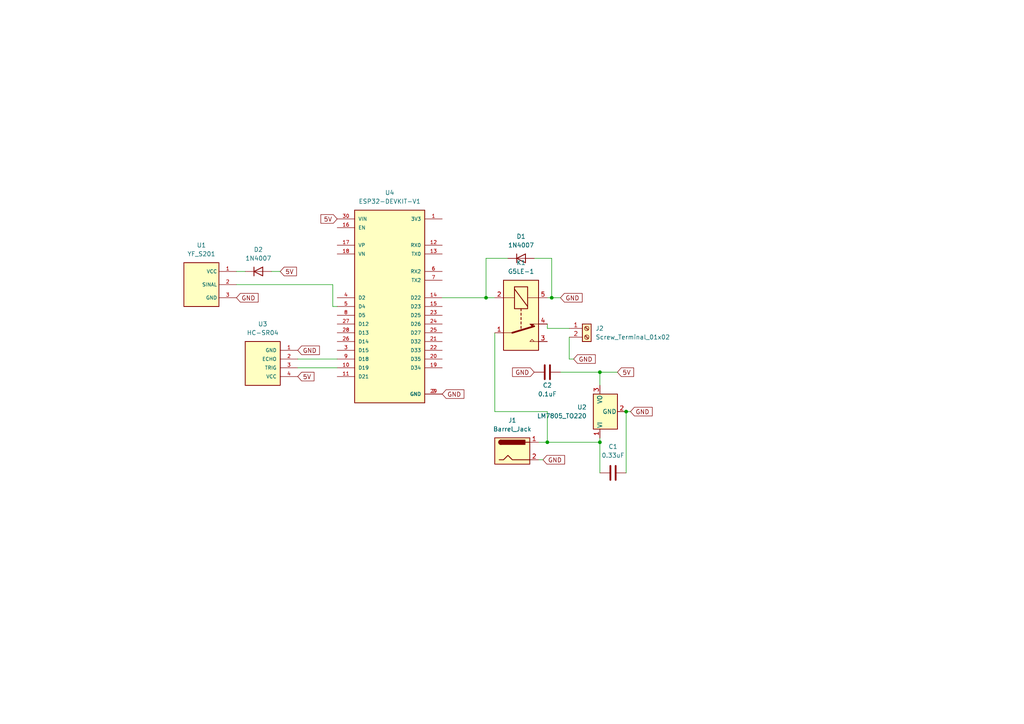
<source format=kicad_sch>
(kicad_sch (version 20230121) (generator eeschema)

  (uuid e63e39d7-6ac0-4ffd-8aa3-1841a4541b55)

  (paper "A4")

  (lib_symbols
    (symbol "Connector:Barrel_Jack" (pin_names (offset 1.016)) (in_bom yes) (on_board yes)
      (property "Reference" "J" (at 0 5.334 0)
        (effects (font (size 1.27 1.27)))
      )
      (property "Value" "Barrel_Jack" (at 0 -5.08 0)
        (effects (font (size 1.27 1.27)))
      )
      (property "Footprint" "" (at 1.27 -1.016 0)
        (effects (font (size 1.27 1.27)) hide)
      )
      (property "Datasheet" "~" (at 1.27 -1.016 0)
        (effects (font (size 1.27 1.27)) hide)
      )
      (property "ki_keywords" "DC power barrel jack connector" (at 0 0 0)
        (effects (font (size 1.27 1.27)) hide)
      )
      (property "ki_description" "DC Barrel Jack" (at 0 0 0)
        (effects (font (size 1.27 1.27)) hide)
      )
      (property "ki_fp_filters" "BarrelJack*" (at 0 0 0)
        (effects (font (size 1.27 1.27)) hide)
      )
      (symbol "Barrel_Jack_0_1"
        (rectangle (start -5.08 3.81) (end 5.08 -3.81)
          (stroke (width 0.254) (type default))
          (fill (type background))
        )
        (arc (start -3.302 3.175) (mid -3.9343 2.54) (end -3.302 1.905)
          (stroke (width 0.254) (type default))
          (fill (type none))
        )
        (arc (start -3.302 3.175) (mid -3.9343 2.54) (end -3.302 1.905)
          (stroke (width 0.254) (type default))
          (fill (type outline))
        )
        (polyline
          (pts
            (xy 5.08 2.54)
            (xy 3.81 2.54)
          )
          (stroke (width 0.254) (type default))
          (fill (type none))
        )
        (polyline
          (pts
            (xy -3.81 -2.54)
            (xy -2.54 -2.54)
            (xy -1.27 -1.27)
            (xy 0 -2.54)
            (xy 2.54 -2.54)
            (xy 5.08 -2.54)
          )
          (stroke (width 0.254) (type default))
          (fill (type none))
        )
        (rectangle (start 3.683 3.175) (end -3.302 1.905)
          (stroke (width 0.254) (type default))
          (fill (type outline))
        )
      )
      (symbol "Barrel_Jack_1_1"
        (pin passive line (at 7.62 2.54 180) (length 2.54)
          (name "~" (effects (font (size 1.27 1.27))))
          (number "1" (effects (font (size 1.27 1.27))))
        )
        (pin passive line (at 7.62 -2.54 180) (length 2.54)
          (name "~" (effects (font (size 1.27 1.27))))
          (number "2" (effects (font (size 1.27 1.27))))
        )
      )
    )
    (symbol "Connector:Screw_Terminal_01x02" (pin_names (offset 1.016) hide) (in_bom yes) (on_board yes)
      (property "Reference" "J" (at 0 2.54 0)
        (effects (font (size 1.27 1.27)))
      )
      (property "Value" "Screw_Terminal_01x02" (at 0 -5.08 0)
        (effects (font (size 1.27 1.27)))
      )
      (property "Footprint" "" (at 0 0 0)
        (effects (font (size 1.27 1.27)) hide)
      )
      (property "Datasheet" "~" (at 0 0 0)
        (effects (font (size 1.27 1.27)) hide)
      )
      (property "ki_keywords" "screw terminal" (at 0 0 0)
        (effects (font (size 1.27 1.27)) hide)
      )
      (property "ki_description" "Generic screw terminal, single row, 01x02, script generated (kicad-library-utils/schlib/autogen/connector/)" (at 0 0 0)
        (effects (font (size 1.27 1.27)) hide)
      )
      (property "ki_fp_filters" "TerminalBlock*:*" (at 0 0 0)
        (effects (font (size 1.27 1.27)) hide)
      )
      (symbol "Screw_Terminal_01x02_1_1"
        (rectangle (start -1.27 1.27) (end 1.27 -3.81)
          (stroke (width 0.254) (type default))
          (fill (type background))
        )
        (circle (center 0 -2.54) (radius 0.635)
          (stroke (width 0.1524) (type default))
          (fill (type none))
        )
        (polyline
          (pts
            (xy -0.5334 -2.2098)
            (xy 0.3302 -3.048)
          )
          (stroke (width 0.1524) (type default))
          (fill (type none))
        )
        (polyline
          (pts
            (xy -0.5334 0.3302)
            (xy 0.3302 -0.508)
          )
          (stroke (width 0.1524) (type default))
          (fill (type none))
        )
        (polyline
          (pts
            (xy -0.3556 -2.032)
            (xy 0.508 -2.8702)
          )
          (stroke (width 0.1524) (type default))
          (fill (type none))
        )
        (polyline
          (pts
            (xy -0.3556 0.508)
            (xy 0.508 -0.3302)
          )
          (stroke (width 0.1524) (type default))
          (fill (type none))
        )
        (circle (center 0 0) (radius 0.635)
          (stroke (width 0.1524) (type default))
          (fill (type none))
        )
        (pin passive line (at -5.08 0 0) (length 3.81)
          (name "Pin_1" (effects (font (size 1.27 1.27))))
          (number "1" (effects (font (size 1.27 1.27))))
        )
        (pin passive line (at -5.08 -2.54 0) (length 3.81)
          (name "Pin_2" (effects (font (size 1.27 1.27))))
          (number "2" (effects (font (size 1.27 1.27))))
        )
      )
    )
    (symbol "Device:C" (pin_numbers hide) (pin_names (offset 0.254)) (in_bom yes) (on_board yes)
      (property "Reference" "C" (at 0.635 2.54 0)
        (effects (font (size 1.27 1.27)) (justify left))
      )
      (property "Value" "C" (at 0.635 -2.54 0)
        (effects (font (size 1.27 1.27)) (justify left))
      )
      (property "Footprint" "" (at 0.9652 -3.81 0)
        (effects (font (size 1.27 1.27)) hide)
      )
      (property "Datasheet" "~" (at 0 0 0)
        (effects (font (size 1.27 1.27)) hide)
      )
      (property "ki_keywords" "cap capacitor" (at 0 0 0)
        (effects (font (size 1.27 1.27)) hide)
      )
      (property "ki_description" "Unpolarized capacitor" (at 0 0 0)
        (effects (font (size 1.27 1.27)) hide)
      )
      (property "ki_fp_filters" "C_*" (at 0 0 0)
        (effects (font (size 1.27 1.27)) hide)
      )
      (symbol "C_0_1"
        (polyline
          (pts
            (xy -2.032 -0.762)
            (xy 2.032 -0.762)
          )
          (stroke (width 0.508) (type default))
          (fill (type none))
        )
        (polyline
          (pts
            (xy -2.032 0.762)
            (xy 2.032 0.762)
          )
          (stroke (width 0.508) (type default))
          (fill (type none))
        )
      )
      (symbol "C_1_1"
        (pin passive line (at 0 3.81 270) (length 2.794)
          (name "~" (effects (font (size 1.27 1.27))))
          (number "1" (effects (font (size 1.27 1.27))))
        )
        (pin passive line (at 0 -3.81 90) (length 2.794)
          (name "~" (effects (font (size 1.27 1.27))))
          (number "2" (effects (font (size 1.27 1.27))))
        )
      )
    )
    (symbol "Diode:1N4007" (pin_numbers hide) (pin_names hide) (in_bom yes) (on_board yes)
      (property "Reference" "D" (at 0 2.54 0)
        (effects (font (size 1.27 1.27)))
      )
      (property "Value" "1N4007" (at 0 -2.54 0)
        (effects (font (size 1.27 1.27)))
      )
      (property "Footprint" "Diode_THT:D_DO-41_SOD81_P10.16mm_Horizontal" (at 0 -4.445 0)
        (effects (font (size 1.27 1.27)) hide)
      )
      (property "Datasheet" "http://www.vishay.com/docs/88503/1n4001.pdf" (at 0 0 0)
        (effects (font (size 1.27 1.27)) hide)
      )
      (property "ki_keywords" "diode" (at 0 0 0)
        (effects (font (size 1.27 1.27)) hide)
      )
      (property "ki_description" "1000V 1A General Purpose Rectifier Diode, DO-41" (at 0 0 0)
        (effects (font (size 1.27 1.27)) hide)
      )
      (property "ki_fp_filters" "D*DO?41*" (at 0 0 0)
        (effects (font (size 1.27 1.27)) hide)
      )
      (symbol "1N4007_0_1"
        (polyline
          (pts
            (xy -1.27 1.27)
            (xy -1.27 -1.27)
          )
          (stroke (width 0.254) (type default))
          (fill (type none))
        )
        (polyline
          (pts
            (xy 1.27 0)
            (xy -1.27 0)
          )
          (stroke (width 0) (type default))
          (fill (type none))
        )
        (polyline
          (pts
            (xy 1.27 1.27)
            (xy 1.27 -1.27)
            (xy -1.27 0)
            (xy 1.27 1.27)
          )
          (stroke (width 0.254) (type default))
          (fill (type none))
        )
      )
      (symbol "1N4007_1_1"
        (pin passive line (at -3.81 0 0) (length 2.54)
          (name "K" (effects (font (size 1.27 1.27))))
          (number "1" (effects (font (size 1.27 1.27))))
        )
        (pin passive line (at 3.81 0 180) (length 2.54)
          (name "A" (effects (font (size 1.27 1.27))))
          (number "2" (effects (font (size 1.27 1.27))))
        )
      )
    )
    (symbol "ESP32-DEVKIT-V1:ESP32-DEVKIT-V1" (pin_names (offset 1.016)) (in_bom yes) (on_board yes)
      (property "Reference" "U" (at -10.16 30.48 0)
        (effects (font (size 1.27 1.27)) (justify left top))
      )
      (property "Value" "ESP32-DEVKIT-V1" (at -10.16 -30.48 0)
        (effects (font (size 1.27 1.27)) (justify left bottom))
      )
      (property "Footprint" "ESP32-DEVKIT-V1:MODULE_ESP32_DEVKIT_V1" (at 0 0 0)
        (effects (font (size 1.27 1.27)) (justify bottom) hide)
      )
      (property "Datasheet" "" (at 0 0 0)
        (effects (font (size 1.27 1.27)) hide)
      )
      (property "MF" "Do it" (at 0 0 0)
        (effects (font (size 1.27 1.27)) (justify bottom) hide)
      )
      (property "MAXIMUM_PACKAGE_HEIGHT" "6.8 mm" (at 0 0 0)
        (effects (font (size 1.27 1.27)) (justify bottom) hide)
      )
      (property "Package" "None" (at 0 0 0)
        (effects (font (size 1.27 1.27)) (justify bottom) hide)
      )
      (property "Price" "None" (at 0 0 0)
        (effects (font (size 1.27 1.27)) (justify bottom) hide)
      )
      (property "Check_prices" "https://www.snapeda.com/parts/ESP32-DEVKIT-V1/Do+it/view-part/?ref=eda" (at 0 0 0)
        (effects (font (size 1.27 1.27)) (justify bottom) hide)
      )
      (property "STANDARD" "Manufacturer Recommendations" (at 0 0 0)
        (effects (font (size 1.27 1.27)) (justify bottom) hide)
      )
      (property "PARTREV" "N/A" (at 0 0 0)
        (effects (font (size 1.27 1.27)) (justify bottom) hide)
      )
      (property "SnapEDA_Link" "https://www.snapeda.com/parts/ESP32-DEVKIT-V1/Do+it/view-part/?ref=snap" (at 0 0 0)
        (effects (font (size 1.27 1.27)) (justify bottom) hide)
      )
      (property "MP" "ESP32-DEVKIT-V1" (at 0 0 0)
        (effects (font (size 1.27 1.27)) (justify bottom) hide)
      )
      (property "Description" "\n                        \n                            Dual core, Wi-Fi: 2.4 GHz up to 150 Mbits/s,BLE (Bluetooth Low Energy) and legacy Bluetooth, 32 bits, Up to 240 MHz\n                        \n" (at 0 0 0)
        (effects (font (size 1.27 1.27)) (justify bottom) hide)
      )
      (property "Availability" "Not in stock" (at 0 0 0)
        (effects (font (size 1.27 1.27)) (justify bottom) hide)
      )
      (property "MANUFACTURER" "DOIT" (at 0 0 0)
        (effects (font (size 1.27 1.27)) (justify bottom) hide)
      )
      (symbol "ESP32-DEVKIT-V1_0_0"
        (rectangle (start -10.16 -27.94) (end 10.16 27.94)
          (stroke (width 0.254) (type default))
          (fill (type background))
        )
        (pin output line (at 15.24 25.4 180) (length 5.08)
          (name "3V3" (effects (font (size 1.016 1.016))))
          (number "1" (effects (font (size 1.016 1.016))))
        )
        (pin bidirectional line (at -15.24 -17.78 0) (length 5.08)
          (name "D19" (effects (font (size 1.016 1.016))))
          (number "10" (effects (font (size 1.016 1.016))))
        )
        (pin bidirectional line (at -15.24 -20.32 0) (length 5.08)
          (name "D21" (effects (font (size 1.016 1.016))))
          (number "11" (effects (font (size 1.016 1.016))))
        )
        (pin input line (at 15.24 17.78 180) (length 5.08)
          (name "RX0" (effects (font (size 1.016 1.016))))
          (number "12" (effects (font (size 1.016 1.016))))
        )
        (pin output line (at 15.24 15.24 180) (length 5.08)
          (name "TX0" (effects (font (size 1.016 1.016))))
          (number "13" (effects (font (size 1.016 1.016))))
        )
        (pin bidirectional line (at 15.24 2.54 180) (length 5.08)
          (name "D22" (effects (font (size 1.016 1.016))))
          (number "14" (effects (font (size 1.016 1.016))))
        )
        (pin bidirectional line (at 15.24 0 180) (length 5.08)
          (name "D23" (effects (font (size 1.016 1.016))))
          (number "15" (effects (font (size 1.016 1.016))))
        )
        (pin input line (at -15.24 22.86 0) (length 5.08)
          (name "EN" (effects (font (size 1.016 1.016))))
          (number "16" (effects (font (size 1.016 1.016))))
        )
        (pin bidirectional line (at -15.24 17.78 0) (length 5.08)
          (name "VP" (effects (font (size 1.016 1.016))))
          (number "17" (effects (font (size 1.016 1.016))))
        )
        (pin bidirectional line (at -15.24 15.24 0) (length 5.08)
          (name "VN" (effects (font (size 1.016 1.016))))
          (number "18" (effects (font (size 1.016 1.016))))
        )
        (pin bidirectional line (at 15.24 -17.78 180) (length 5.08)
          (name "D34" (effects (font (size 1.016 1.016))))
          (number "19" (effects (font (size 1.016 1.016))))
        )
        (pin power_in line (at 15.24 -25.4 180) (length 5.08)
          (name "GND" (effects (font (size 1.016 1.016))))
          (number "2" (effects (font (size 1.016 1.016))))
        )
        (pin bidirectional line (at 15.24 -15.24 180) (length 5.08)
          (name "D35" (effects (font (size 1.016 1.016))))
          (number "20" (effects (font (size 1.016 1.016))))
        )
        (pin bidirectional line (at 15.24 -10.16 180) (length 5.08)
          (name "D32" (effects (font (size 1.016 1.016))))
          (number "21" (effects (font (size 1.016 1.016))))
        )
        (pin bidirectional line (at 15.24 -12.7 180) (length 5.08)
          (name "D33" (effects (font (size 1.016 1.016))))
          (number "22" (effects (font (size 1.016 1.016))))
        )
        (pin bidirectional line (at 15.24 -2.54 180) (length 5.08)
          (name "D25" (effects (font (size 1.016 1.016))))
          (number "23" (effects (font (size 1.016 1.016))))
        )
        (pin bidirectional line (at 15.24 -5.08 180) (length 5.08)
          (name "D26" (effects (font (size 1.016 1.016))))
          (number "24" (effects (font (size 1.016 1.016))))
        )
        (pin bidirectional line (at 15.24 -7.62 180) (length 5.08)
          (name "D27" (effects (font (size 1.016 1.016))))
          (number "25" (effects (font (size 1.016 1.016))))
        )
        (pin bidirectional line (at -15.24 -10.16 0) (length 5.08)
          (name "D14" (effects (font (size 1.016 1.016))))
          (number "26" (effects (font (size 1.016 1.016))))
        )
        (pin bidirectional line (at -15.24 -5.08 0) (length 5.08)
          (name "D12" (effects (font (size 1.016 1.016))))
          (number "27" (effects (font (size 1.016 1.016))))
        )
        (pin bidirectional line (at -15.24 -7.62 0) (length 5.08)
          (name "D13" (effects (font (size 1.016 1.016))))
          (number "28" (effects (font (size 1.016 1.016))))
        )
        (pin power_in line (at 15.24 -25.4 180) (length 5.08)
          (name "GND" (effects (font (size 1.016 1.016))))
          (number "29" (effects (font (size 1.016 1.016))))
        )
        (pin bidirectional line (at -15.24 -12.7 0) (length 5.08)
          (name "D15" (effects (font (size 1.016 1.016))))
          (number "3" (effects (font (size 1.016 1.016))))
        )
        (pin input line (at -15.24 25.4 0) (length 5.08)
          (name "VIN" (effects (font (size 1.016 1.016))))
          (number "30" (effects (font (size 1.016 1.016))))
        )
        (pin bidirectional line (at -15.24 2.54 0) (length 5.08)
          (name "D2" (effects (font (size 1.016 1.016))))
          (number "4" (effects (font (size 1.016 1.016))))
        )
        (pin bidirectional line (at -15.24 0 0) (length 5.08)
          (name "D4" (effects (font (size 1.016 1.016))))
          (number "5" (effects (font (size 1.016 1.016))))
        )
        (pin input line (at 15.24 10.16 180) (length 5.08)
          (name "RX2" (effects (font (size 1.016 1.016))))
          (number "6" (effects (font (size 1.016 1.016))))
        )
        (pin output line (at 15.24 7.62 180) (length 5.08)
          (name "TX2" (effects (font (size 1.016 1.016))))
          (number "7" (effects (font (size 1.016 1.016))))
        )
        (pin bidirectional line (at -15.24 -2.54 0) (length 5.08)
          (name "D5" (effects (font (size 1.016 1.016))))
          (number "8" (effects (font (size 1.016 1.016))))
        )
        (pin bidirectional line (at -15.24 -15.24 0) (length 5.08)
          (name "D18" (effects (font (size 1.016 1.016))))
          (number "9" (effects (font (size 1.016 1.016))))
        )
      )
    )
    (symbol "HC-SR04:HC-SR04" (pin_names (offset 1.016)) (in_bom yes) (on_board yes)
      (property "Reference" "U3" (at -5.08 12.7 0)
        (effects (font (size 1.27 1.27)))
      )
      (property "Value" "HC-SR04" (at -5.08 10.16 0)
        (effects (font (size 1.27 1.27)))
      )
      (property "Footprint" "TerminalBlock:TerminalBlock_bornier-4_P5.08mm" (at 0 0 0)
        (effects (font (size 1.27 1.27)) (justify bottom) hide)
      )
      (property "Datasheet" "" (at 0 0 0)
        (effects (font (size 1.27 1.27)) hide)
      )
      (property "MF" "SparkFun Electronics" (at 0 0 0)
        (effects (font (size 1.27 1.27)) (justify bottom) hide)
      )
      (property "Description" "\n                        \n                            HC-SR04 Ultrasonic Sensor Qwiic Platform Evaluation Expansion Board\n                        \n" (at 0 0 0)
        (effects (font (size 1.27 1.27)) (justify bottom) hide)
      )
      (property "Package" "None" (at 0 0 0)
        (effects (font (size 1.27 1.27)) (justify bottom) hide)
      )
      (property "Price" "None" (at 0 0 0)
        (effects (font (size 1.27 1.27)) (justify bottom) hide)
      )
      (property "Check_prices" "https://www.snapeda.com/parts/HC-SR04/SparkFun+Electronics/view-part/?ref=eda" (at 0 0 0)
        (effects (font (size 1.27 1.27)) (justify bottom) hide)
      )
      (property "SnapEDA_Link" "https://www.snapeda.com/parts/HC-SR04/SparkFun+Electronics/view-part/?ref=snap" (at 0 0 0)
        (effects (font (size 1.27 1.27)) (justify bottom) hide)
      )
      (property "MP" "HC-SR04" (at 0 0 0)
        (effects (font (size 1.27 1.27)) (justify bottom) hide)
      )
      (property "Availability" "Not in stock" (at 0 0 0)
        (effects (font (size 1.27 1.27)) (justify bottom) hide)
      )
      (property "MANUFACTURER" "Osepp" (at 0 0 0)
        (effects (font (size 1.27 1.27)) (justify bottom) hide)
      )
      (symbol "HC-SR04_0_0"
        (rectangle (start 0 -7.62) (end 10.16 5.08)
          (stroke (width 0.254) (type default))
          (fill (type background))
        )
        (pin power_in line (at -5.08 -5.08 0) (length 5.08)
          (name "GND" (effects (font (size 1.016 1.016))))
          (number "1" (effects (font (size 1.016 1.016))))
        )
        (pin bidirectional line (at -5.08 -2.54 0) (length 5.08)
          (name "ECHO" (effects (font (size 1.016 1.016))))
          (number "2" (effects (font (size 1.016 1.016))))
        )
        (pin bidirectional line (at -5.08 0 0) (length 5.08)
          (name "TRIG" (effects (font (size 1.016 1.016))))
          (number "3" (effects (font (size 1.016 1.016))))
        )
        (pin power_in line (at -5.08 2.54 0) (length 5.08)
          (name "VCC" (effects (font (size 1.016 1.016))))
          (number "4" (effects (font (size 1.016 1.016))))
        )
      )
    )
    (symbol "Regulator_Linear:LM7805_TO220" (pin_names (offset 0.254)) (in_bom yes) (on_board yes)
      (property "Reference" "U" (at -3.81 3.175 0)
        (effects (font (size 1.27 1.27)))
      )
      (property "Value" "LM7805_TO220" (at 0 3.175 0)
        (effects (font (size 1.27 1.27)) (justify left))
      )
      (property "Footprint" "Package_TO_SOT_THT:TO-220-3_Vertical" (at 0 5.715 0)
        (effects (font (size 1.27 1.27) italic) hide)
      )
      (property "Datasheet" "https://www.onsemi.cn/PowerSolutions/document/MC7800-D.PDF" (at 0 -1.27 0)
        (effects (font (size 1.27 1.27)) hide)
      )
      (property "ki_keywords" "Voltage Regulator 1A Positive" (at 0 0 0)
        (effects (font (size 1.27 1.27)) hide)
      )
      (property "ki_description" "Positive 1A 35V Linear Regulator, Fixed Output 5V, TO-220" (at 0 0 0)
        (effects (font (size 1.27 1.27)) hide)
      )
      (property "ki_fp_filters" "TO?220*" (at 0 0 0)
        (effects (font (size 1.27 1.27)) hide)
      )
      (symbol "LM7805_TO220_0_1"
        (rectangle (start -5.08 1.905) (end 5.08 -5.08)
          (stroke (width 0.254) (type default))
          (fill (type background))
        )
      )
      (symbol "LM7805_TO220_1_1"
        (pin power_in line (at -7.62 0 0) (length 2.54)
          (name "VI" (effects (font (size 1.27 1.27))))
          (number "1" (effects (font (size 1.27 1.27))))
        )
        (pin power_in line (at 0 -7.62 90) (length 2.54)
          (name "GND" (effects (font (size 1.27 1.27))))
          (number "2" (effects (font (size 1.27 1.27))))
        )
        (pin power_out line (at 7.62 0 180) (length 2.54)
          (name "VO" (effects (font (size 1.27 1.27))))
          (number "3" (effects (font (size 1.27 1.27))))
        )
      )
    )
    (symbol "Relay:G5LE-1" (in_bom yes) (on_board yes)
      (property "Reference" "K" (at 11.43 3.81 0)
        (effects (font (size 1.27 1.27)) (justify left))
      )
      (property "Value" "G5LE-1" (at 11.43 1.27 0)
        (effects (font (size 1.27 1.27)) (justify left))
      )
      (property "Footprint" "Relay_THT:Relay_SPDT_Omron-G5LE-1" (at 11.43 -1.27 0)
        (effects (font (size 1.27 1.27)) (justify left) hide)
      )
      (property "Datasheet" "http://www.omron.com/ecb/products/pdf/en-g5le.pdf" (at 0 0 0)
        (effects (font (size 1.27 1.27)) hide)
      )
      (property "ki_keywords" "Miniature Single Pole Relay" (at 0 0 0)
        (effects (font (size 1.27 1.27)) hide)
      )
      (property "ki_description" "Omron G5LE relay, Miniature Single Pole, SPDT, 10A" (at 0 0 0)
        (effects (font (size 1.27 1.27)) hide)
      )
      (property "ki_fp_filters" "Relay*SPDT*Omron*G5LE?1*" (at 0 0 0)
        (effects (font (size 1.27 1.27)) hide)
      )
      (symbol "G5LE-1_0_0"
        (polyline
          (pts
            (xy 7.62 5.08)
            (xy 7.62 2.54)
            (xy 6.985 3.175)
            (xy 7.62 3.81)
          )
          (stroke (width 0) (type default))
          (fill (type none))
        )
      )
      (symbol "G5LE-1_0_1"
        (rectangle (start -10.16 5.08) (end 10.16 -5.08)
          (stroke (width 0.254) (type default))
          (fill (type background))
        )
        (rectangle (start -8.255 1.905) (end -1.905 -1.905)
          (stroke (width 0.254) (type default))
          (fill (type none))
        )
        (polyline
          (pts
            (xy -7.62 -1.905)
            (xy -2.54 1.905)
          )
          (stroke (width 0.254) (type default))
          (fill (type none))
        )
        (polyline
          (pts
            (xy -5.08 -5.08)
            (xy -5.08 -1.905)
          )
          (stroke (width 0) (type default))
          (fill (type none))
        )
        (polyline
          (pts
            (xy -5.08 5.08)
            (xy -5.08 1.905)
          )
          (stroke (width 0) (type default))
          (fill (type none))
        )
        (polyline
          (pts
            (xy -1.905 0)
            (xy -1.27 0)
          )
          (stroke (width 0.254) (type default))
          (fill (type none))
        )
        (polyline
          (pts
            (xy -0.635 0)
            (xy 0 0)
          )
          (stroke (width 0.254) (type default))
          (fill (type none))
        )
        (polyline
          (pts
            (xy 0.635 0)
            (xy 1.27 0)
          )
          (stroke (width 0.254) (type default))
          (fill (type none))
        )
        (polyline
          (pts
            (xy 1.905 0)
            (xy 2.54 0)
          )
          (stroke (width 0.254) (type default))
          (fill (type none))
        )
        (polyline
          (pts
            (xy 3.175 0)
            (xy 3.81 0)
          )
          (stroke (width 0.254) (type default))
          (fill (type none))
        )
        (polyline
          (pts
            (xy 5.08 -2.54)
            (xy 3.175 3.81)
          )
          (stroke (width 0.508) (type default))
          (fill (type none))
        )
        (polyline
          (pts
            (xy 5.08 -2.54)
            (xy 5.08 -5.08)
          )
          (stroke (width 0) (type default))
          (fill (type none))
        )
        (polyline
          (pts
            (xy 2.54 5.08)
            (xy 2.54 2.54)
            (xy 3.175 3.175)
            (xy 2.54 3.81)
          )
          (stroke (width 0) (type default))
          (fill (type outline))
        )
      )
      (symbol "G5LE-1_1_1"
        (pin passive line (at 5.08 -7.62 90) (length 2.54)
          (name "~" (effects (font (size 1.27 1.27))))
          (number "1" (effects (font (size 1.27 1.27))))
        )
        (pin passive line (at -5.08 -7.62 90) (length 2.54)
          (name "~" (effects (font (size 1.27 1.27))))
          (number "2" (effects (font (size 1.27 1.27))))
        )
        (pin passive line (at 7.62 7.62 270) (length 2.54)
          (name "~" (effects (font (size 1.27 1.27))))
          (number "3" (effects (font (size 1.27 1.27))))
        )
        (pin passive line (at 2.54 7.62 270) (length 2.54)
          (name "~" (effects (font (size 1.27 1.27))))
          (number "4" (effects (font (size 1.27 1.27))))
        )
        (pin passive line (at -5.08 7.62 270) (length 2.54)
          (name "~" (effects (font (size 1.27 1.27))))
          (number "5" (effects (font (size 1.27 1.27))))
        )
      )
    )
    (symbol "YF_S201:YF_S201" (in_bom yes) (on_board yes)
      (property "Reference" "U" (at 8.89 15.24 0)
        (effects (font (size 1.27 1.27)))
      )
      (property "Value" "YF_S201" (at 8.89 12.7 0)
        (effects (font (size 1.27 1.27)))
      )
      (property "Footprint" "" (at 0 0 0)
        (effects (font (size 1.27 1.27)) hide)
      )
      (property "Datasheet" "" (at 0 0 0)
        (effects (font (size 1.27 1.27)) hide)
      )
      (symbol "YF_S201_0_0"
        (rectangle (start 3.81 -1.27) (end 13.97 11.43)
          (stroke (width 0.254) (type default))
          (fill (type background))
        )
        (pin power_in line (at 19.05 8.89 180) (length 5.08)
          (name "VCC" (effects (font (size 1.016 1.016))))
          (number "1" (effects (font (size 1.016 1.016))))
        )
        (pin output line (at 19.05 5.08 180) (length 5.08)
          (name "SINAL" (effects (font (size 1.016 1.016))))
          (number "2" (effects (font (size 1.016 1.016))))
        )
        (pin power_out line (at 19.05 1.27 180) (length 5.08)
          (name "GND" (effects (font (size 1.016 1.016))))
          (number "3" (effects (font (size 1.016 1.016))))
        )
      )
    )
  )

  (junction (at 173.99 128.27) (diameter 0) (color 0 0 0 0)
    (uuid 0fa8bf39-fd4e-4706-abe5-f68ea763016f)
  )
  (junction (at 173.99 107.95) (diameter 0) (color 0 0 0 0)
    (uuid 15eeafe4-a402-40a5-bc04-286f2822ca18)
  )
  (junction (at 181.61 119.38) (diameter 0) (color 0 0 0 0)
    (uuid 52ef0944-cd56-4f1b-aa83-9fc1be1ddc9b)
  )
  (junction (at 160.02 86.36) (diameter 0) (color 0 0 0 0)
    (uuid 71c6fd16-0098-4727-918f-0597ae71ebd2)
  )
  (junction (at 140.97 86.36) (diameter 0) (color 0 0 0 0)
    (uuid 9c487c24-08ce-4cf8-8b29-cb4be50db30c)
  )
  (junction (at 158.75 128.27) (diameter 0) (color 0 0 0 0)
    (uuid d5a719b1-8008-4357-83c7-e9d7d99eb174)
  )

  (wire (pts (xy 162.56 107.95) (xy 173.99 107.95))
    (stroke (width 0) (type default))
    (uuid 088afff8-cbe8-4a2d-99ad-65b9dff94640)
  )
  (wire (pts (xy 68.58 82.55) (xy 96.52 82.55))
    (stroke (width 0) (type default))
    (uuid 16a3db31-d571-4eb5-8415-105488644587)
  )
  (wire (pts (xy 181.61 119.38) (xy 181.61 137.16))
    (stroke (width 0) (type default))
    (uuid 19f1c029-771c-4e4c-84e2-ed3a25d0b95c)
  )
  (wire (pts (xy 158.75 128.27) (xy 156.21 128.27))
    (stroke (width 0) (type default))
    (uuid 1d4b062f-256a-4c7f-a8cf-8122f6b7138d)
  )
  (wire (pts (xy 158.75 128.27) (xy 173.99 128.27))
    (stroke (width 0) (type default))
    (uuid 1f066c3b-0c1e-4198-8376-b3052aa6254a)
  )
  (wire (pts (xy 173.99 128.27) (xy 173.99 137.16))
    (stroke (width 0) (type default))
    (uuid 27a1dedb-4899-4912-a72e-0670a3ae2412)
  )
  (wire (pts (xy 147.32 74.93) (xy 140.97 74.93))
    (stroke (width 0) (type default))
    (uuid 30bad781-79ec-4684-8427-030d2dfdf3fb)
  )
  (wire (pts (xy 165.1 97.79) (xy 165.1 104.14))
    (stroke (width 0) (type default))
    (uuid 39ac32ce-7e5e-4e04-8a9d-e65764f9f18b)
  )
  (wire (pts (xy 160.02 74.93) (xy 160.02 86.36))
    (stroke (width 0) (type default))
    (uuid 48351cf3-9834-4335-869c-ed3a5971e3c9)
  )
  (wire (pts (xy 165.1 95.25) (xy 158.75 95.25))
    (stroke (width 0) (type default))
    (uuid 4878b307-aa20-4d78-aa81-027e7d3b8ddd)
  )
  (wire (pts (xy 96.52 88.9) (xy 97.79 88.9))
    (stroke (width 0) (type default))
    (uuid 6411b976-8a9b-446f-8843-f3c128226ae5)
  )
  (wire (pts (xy 158.75 119.38) (xy 158.75 128.27))
    (stroke (width 0) (type default))
    (uuid 6dd95d53-f3ca-4072-9e7d-db17fccfda8e)
  )
  (wire (pts (xy 140.97 86.36) (xy 143.51 86.36))
    (stroke (width 0) (type default))
    (uuid 6e9c5225-3fcc-48f7-8a4c-fa9f3eee6ff7)
  )
  (wire (pts (xy 86.36 104.14) (xy 97.79 104.14))
    (stroke (width 0) (type default))
    (uuid 6f75e994-8216-4e3e-b8b6-bd98ab084850)
  )
  (wire (pts (xy 154.94 74.93) (xy 160.02 74.93))
    (stroke (width 0) (type default))
    (uuid 76fc4dec-d008-4de4-8c34-3cf7022d0d4c)
  )
  (wire (pts (xy 173.99 107.95) (xy 179.07 107.95))
    (stroke (width 0) (type default))
    (uuid 7d20ea42-475c-4fb0-8e9d-f6ac3934b51c)
  )
  (wire (pts (xy 158.75 86.36) (xy 160.02 86.36))
    (stroke (width 0) (type default))
    (uuid 7ff71144-0037-4207-bf3a-d9d46befe8b0)
  )
  (wire (pts (xy 181.61 119.38) (xy 182.88 119.38))
    (stroke (width 0) (type default))
    (uuid 8cbb11ca-e809-47e7-ad02-cec778763716)
  )
  (wire (pts (xy 78.74 78.74) (xy 81.28 78.74))
    (stroke (width 0) (type default))
    (uuid 9b4ff685-5225-4fa4-9fe8-267fc7be28e2)
  )
  (wire (pts (xy 156.21 133.35) (xy 157.48 133.35))
    (stroke (width 0) (type default))
    (uuid a24080cb-2654-4a07-84d9-79f18d5e03ce)
  )
  (wire (pts (xy 160.02 86.36) (xy 162.56 86.36))
    (stroke (width 0) (type default))
    (uuid a7c0566c-0551-45fc-b141-16a4d2a2d081)
  )
  (wire (pts (xy 173.99 107.95) (xy 173.99 111.76))
    (stroke (width 0) (type default))
    (uuid b0768e73-dbed-40f1-819f-9f7033dd6a16)
  )
  (wire (pts (xy 165.1 104.14) (xy 166.37 104.14))
    (stroke (width 0) (type default))
    (uuid b5cf68b1-d4cd-4558-ba7e-1e56331e458b)
  )
  (wire (pts (xy 96.52 82.55) (xy 96.52 88.9))
    (stroke (width 0) (type default))
    (uuid b9ba5aff-43cd-419b-b2f1-978c9ba4be62)
  )
  (wire (pts (xy 158.75 95.25) (xy 158.75 93.98))
    (stroke (width 0) (type default))
    (uuid bfafd372-9d82-4784-8a90-a1f8d2b98f45)
  )
  (wire (pts (xy 143.51 96.52) (xy 143.51 119.38))
    (stroke (width 0) (type default))
    (uuid c28e9093-343c-4e8d-9c05-3bba864d9b4c)
  )
  (wire (pts (xy 86.36 106.68) (xy 97.79 106.68))
    (stroke (width 0) (type default))
    (uuid c7a848bb-60c0-47ed-960c-f7c6a605ba99)
  )
  (wire (pts (xy 173.99 127) (xy 173.99 128.27))
    (stroke (width 0) (type default))
    (uuid c8b70af1-1023-4daf-bbee-93268fe9a3c6)
  )
  (wire (pts (xy 143.51 119.38) (xy 158.75 119.38))
    (stroke (width 0) (type default))
    (uuid cc3d1632-8b3f-4347-8edf-703e025a5c99)
  )
  (wire (pts (xy 140.97 74.93) (xy 140.97 86.36))
    (stroke (width 0) (type default))
    (uuid d742dacc-0321-4b9b-9847-31eb32b696ff)
  )
  (wire (pts (xy 68.58 78.74) (xy 71.12 78.74))
    (stroke (width 0) (type default))
    (uuid d7ba3d7f-8df6-46ea-ba51-5b0af0426cbd)
  )
  (wire (pts (xy 128.27 86.36) (xy 140.97 86.36))
    (stroke (width 0) (type default))
    (uuid f825fb43-e7af-4860-9d60-b816ddee3c5a)
  )

  (global_label "GND" (shape input) (at 166.37 104.14 0) (fields_autoplaced)
    (effects (font (size 1.27 1.27)) (justify left))
    (uuid 0f02c203-0838-443b-a44e-1451e72e0d7f)
    (property "Intersheetrefs" "${INTERSHEET_REFS}" (at 172.6536 104.0606 0)
      (effects (font (size 1.27 1.27)) (justify left) hide)
    )
  )
  (global_label "GND" (shape input) (at 157.48 133.35 0) (fields_autoplaced)
    (effects (font (size 1.27 1.27)) (justify left))
    (uuid 1c76a57f-6fd0-487a-a4ef-6ad233efc7a4)
    (property "Intersheetrefs" "${INTERSHEET_REFS}" (at 163.7636 133.2706 0)
      (effects (font (size 1.27 1.27)) (justify left) hide)
    )
  )
  (global_label "GND" (shape input) (at 162.56 86.36 0) (fields_autoplaced)
    (effects (font (size 1.27 1.27)) (justify left))
    (uuid 40e45ed5-1d04-4121-af98-16bb92fd2775)
    (property "Intersheetrefs" "${INTERSHEET_REFS}" (at 168.8436 86.2806 0)
      (effects (font (size 1.27 1.27)) (justify left) hide)
    )
  )
  (global_label "5V" (shape input) (at 81.28 78.74 0) (fields_autoplaced)
    (effects (font (size 1.27 1.27)) (justify left))
    (uuid 47700460-cc52-4b2c-8459-2ed3b1d3a06f)
    (property "Intersheetrefs" "${INTERSHEET_REFS}" (at 85.9912 78.6606 0)
      (effects (font (size 1.27 1.27)) (justify left) hide)
    )
  )
  (global_label "GND" (shape input) (at 154.94 107.95 180) (fields_autoplaced)
    (effects (font (size 1.27 1.27)) (justify right))
    (uuid 68fd5795-f649-4ddc-844d-ff6092d7522a)
    (property "Intersheetrefs" "${INTERSHEET_REFS}" (at 148.0843 107.95 0)
      (effects (font (size 1.27 1.27)) (justify right) hide)
    )
  )
  (global_label "GND" (shape input) (at 86.36 101.6 0) (fields_autoplaced)
    (effects (font (size 1.27 1.27)) (justify left))
    (uuid 70806d58-ce83-42ce-b2da-14f49e4e425a)
    (property "Intersheetrefs" "${INTERSHEET_REFS}" (at 92.6436 101.5206 0)
      (effects (font (size 1.27 1.27)) (justify left) hide)
    )
  )
  (global_label "GND" (shape input) (at 182.88 119.38 0) (fields_autoplaced)
    (effects (font (size 1.27 1.27)) (justify left))
    (uuid 739f1f5c-9a37-469a-8228-38aa02bf50a4)
    (property "Intersheetrefs" "${INTERSHEET_REFS}" (at 189.1636 119.3006 0)
      (effects (font (size 1.27 1.27)) (justify left) hide)
    )
  )
  (global_label "GND" (shape input) (at 128.27 114.3 0) (fields_autoplaced)
    (effects (font (size 1.27 1.27)) (justify left))
    (uuid 776c8538-44fb-4394-a6b7-c474c71ea35b)
    (property "Intersheetrefs" "${INTERSHEET_REFS}" (at 134.5536 114.2206 0)
      (effects (font (size 1.27 1.27)) (justify left) hide)
    )
  )
  (global_label "5V" (shape input) (at 97.79 63.5 180) (fields_autoplaced)
    (effects (font (size 1.27 1.27)) (justify right))
    (uuid a29b9f49-edff-4694-af67-be4849e75507)
    (property "Intersheetrefs" "${INTERSHEET_REFS}" (at 93.0788 63.5794 0)
      (effects (font (size 1.27 1.27)) (justify right) hide)
    )
  )
  (global_label "5V" (shape input) (at 86.36 109.22 0) (fields_autoplaced)
    (effects (font (size 1.27 1.27)) (justify left))
    (uuid a3f7bd96-fefa-4bd8-88a9-997586ab83bb)
    (property "Intersheetrefs" "${INTERSHEET_REFS}" (at 91.0712 109.1406 0)
      (effects (font (size 1.27 1.27)) (justify left) hide)
    )
  )
  (global_label "GND" (shape input) (at 68.58 86.36 0) (fields_autoplaced)
    (effects (font (size 1.27 1.27)) (justify left))
    (uuid ebea1301-5e2d-4883-970a-fcee765da12c)
    (property "Intersheetrefs" "${INTERSHEET_REFS}" (at 74.8636 86.2806 0)
      (effects (font (size 1.27 1.27)) (justify left) hide)
    )
  )
  (global_label "5V" (shape input) (at 179.07 107.95 0) (fields_autoplaced)
    (effects (font (size 1.27 1.27)) (justify left))
    (uuid f44094a9-6a01-42e6-856a-d19b9cf7f50e)
    (property "Intersheetrefs" "${INTERSHEET_REFS}" (at 183.7812 107.8706 0)
      (effects (font (size 1.27 1.27)) (justify left) hide)
    )
  )

  (symbol (lib_id "Connector:Barrel_Jack") (at 148.59 130.81 0) (unit 1)
    (in_bom yes) (on_board yes) (dnp no) (fields_autoplaced)
    (uuid 00382f8c-3268-4759-81b7-11225d75b4f1)
    (property "Reference" "J1" (at 148.59 121.92 0)
      (effects (font (size 1.27 1.27)))
    )
    (property "Value" "Barrel_Jack" (at 148.59 124.46 0)
      (effects (font (size 1.27 1.27)))
    )
    (property "Footprint" "Connector_BarrelJack:BarrelJack_Horizontal" (at 149.86 131.826 0)
      (effects (font (size 1.27 1.27)) hide)
    )
    (property "Datasheet" "~" (at 149.86 131.826 0)
      (effects (font (size 1.27 1.27)) hide)
    )
    (pin "1" (uuid 01a03910-692c-44ec-8da3-029e602d712a))
    (pin "2" (uuid 08cd9f31-4888-4947-8c61-c83516a426d7))
    (instances
      (project "Placa_PI3"
        (path "/e63e39d7-6ac0-4ffd-8aa3-1841a4541b55"
          (reference "J1") (unit 1)
        )
      )
    )
  )

  (symbol (lib_id "Diode:1N4007") (at 74.93 78.74 0) (unit 1)
    (in_bom yes) (on_board yes) (dnp no) (fields_autoplaced)
    (uuid 0dbed26e-3d6f-4031-93d2-671fdb810729)
    (property "Reference" "D2" (at 74.93 72.39 0)
      (effects (font (size 1.27 1.27)))
    )
    (property "Value" "1N4007" (at 74.93 74.93 0)
      (effects (font (size 1.27 1.27)))
    )
    (property "Footprint" "Diode_THT:D_DO-41_SOD81_P10.16mm_Horizontal" (at 74.93 83.185 0)
      (effects (font (size 1.27 1.27)) hide)
    )
    (property "Datasheet" "http://www.vishay.com/docs/88503/1n4001.pdf" (at 74.93 78.74 0)
      (effects (font (size 1.27 1.27)) hide)
    )
    (pin "1" (uuid 037d80ed-4665-4932-a4b4-a2c9181ee3a7))
    (pin "2" (uuid b422d441-80d3-4a57-97bd-981cc0330b82))
    (instances
      (project "Placa_PI3"
        (path "/e63e39d7-6ac0-4ffd-8aa3-1841a4541b55"
          (reference "D2") (unit 1)
        )
      )
    )
  )

  (symbol (lib_id "HC-SR04:HC-SR04") (at 81.28 106.68 180) (unit 1)
    (in_bom yes) (on_board yes) (dnp no)
    (uuid 1209377d-81d7-430c-ae69-3a81a19b5692)
    (property "Reference" "U3" (at 76.2 93.98 0)
      (effects (font (size 1.27 1.27)))
    )
    (property "Value" "HC-SR04" (at 76.2 96.52 0)
      (effects (font (size 1.27 1.27)))
    )
    (property "Footprint" "HC-SR04:XCVR_HC-SR04" (at 81.28 106.68 0)
      (effects (font (size 1.27 1.27)) (justify bottom) hide)
    )
    (property "Datasheet" "" (at 81.28 106.68 0)
      (effects (font (size 1.27 1.27)) hide)
    )
    (property "MF" "SparkFun Electronics" (at 81.28 106.68 0)
      (effects (font (size 1.27 1.27)) (justify bottom) hide)
    )
    (property "Description" "\n                        \n                            HC-SR04 Ultrasonic Sensor Qwiic Platform Evaluation Expansion Board\n                        \n" (at 81.28 106.68 0)
      (effects (font (size 1.27 1.27)) (justify bottom) hide)
    )
    (property "Package" "None" (at 81.28 106.68 0)
      (effects (font (size 1.27 1.27)) (justify bottom) hide)
    )
    (property "Price" "None" (at 81.28 106.68 0)
      (effects (font (size 1.27 1.27)) (justify bottom) hide)
    )
    (property "Check_prices" "https://www.snapeda.com/parts/HC-SR04/SparkFun+Electronics/view-part/?ref=eda" (at 81.28 106.68 0)
      (effects (font (size 1.27 1.27)) (justify bottom) hide)
    )
    (property "SnapEDA_Link" "https://www.snapeda.com/parts/HC-SR04/SparkFun+Electronics/view-part/?ref=snap" (at 81.28 106.68 0)
      (effects (font (size 1.27 1.27)) (justify bottom) hide)
    )
    (property "MP" "HC-SR04" (at 81.28 106.68 0)
      (effects (font (size 1.27 1.27)) (justify bottom) hide)
    )
    (property "Availability" "Not in stock" (at 81.28 106.68 0)
      (effects (font (size 1.27 1.27)) (justify bottom) hide)
    )
    (property "MANUFACTURER" "Osepp" (at 81.28 106.68 0)
      (effects (font (size 1.27 1.27)) (justify bottom) hide)
    )
    (pin "1" (uuid 53d300ae-8601-4e00-a9b9-64fa36b0966f))
    (pin "2" (uuid c2df815b-e9e1-4b4a-ae43-bbc82e78d1f0))
    (pin "3" (uuid f16e486c-ec75-49e3-b6f1-9e240f4f373f))
    (pin "4" (uuid 3c130b4a-2912-4367-b0ec-f0d17193620a))
    (instances
      (project "Placa_PI3"
        (path "/e63e39d7-6ac0-4ffd-8aa3-1841a4541b55"
          (reference "U3") (unit 1)
        )
      )
    )
  )

  (symbol (lib_id "YF_S201:YF_S201") (at 49.53 87.63 0) (unit 1)
    (in_bom yes) (on_board yes) (dnp no) (fields_autoplaced)
    (uuid 3792a0c9-14a6-42c2-b665-b0a17b0b27dd)
    (property "Reference" "U1" (at 58.42 71.12 0)
      (effects (font (size 1.27 1.27)))
    )
    (property "Value" "YF_S201" (at 58.42 73.66 0)
      (effects (font (size 1.27 1.27)))
    )
    (property "Footprint" "Connector_PinHeader_2.00mm:PinHeader_1x03_P2.00mm_Vertical" (at 49.53 87.63 0)
      (effects (font (size 1.27 1.27)) hide)
    )
    (property "Datasheet" "" (at 49.53 87.63 0)
      (effects (font (size 1.27 1.27)) hide)
    )
    (pin "1" (uuid 66bdfca0-ed7b-4cda-98f9-34f4ce538a9d))
    (pin "2" (uuid cb3ae702-3b20-4584-a149-2b8a4cc8738a))
    (pin "3" (uuid 694c9fd6-6c8c-4b81-bed2-f1a6c46bff38))
    (instances
      (project "Placa_PI3"
        (path "/e63e39d7-6ac0-4ffd-8aa3-1841a4541b55"
          (reference "U1") (unit 1)
        )
      )
    )
  )

  (symbol (lib_id "Device:C") (at 177.8 137.16 90) (unit 1)
    (in_bom yes) (on_board yes) (dnp no) (fields_autoplaced)
    (uuid 55968dde-dffc-431b-a910-17515ee20271)
    (property "Reference" "C1" (at 177.8 129.54 90)
      (effects (font (size 1.27 1.27)))
    )
    (property "Value" "0.33uF" (at 177.8 132.08 90)
      (effects (font (size 1.27 1.27)))
    )
    (property "Footprint" "Capacitor_THT:C_Disc_D10.5mm_W5.0mm_P5.00mm" (at 181.61 136.1948 0)
      (effects (font (size 1.27 1.27)) hide)
    )
    (property "Datasheet" "~" (at 177.8 137.16 0)
      (effects (font (size 1.27 1.27)) hide)
    )
    (pin "1" (uuid 03d847ac-203c-4685-9db0-d86d7343a1d7))
    (pin "2" (uuid 3b3722bf-cc07-4bdf-80c2-8e000aea7146))
    (instances
      (project "Placa_PI3"
        (path "/e63e39d7-6ac0-4ffd-8aa3-1841a4541b55"
          (reference "C1") (unit 1)
        )
      )
    )
  )

  (symbol (lib_id "Diode:1N4007") (at 151.13 74.93 0) (unit 1)
    (in_bom yes) (on_board yes) (dnp no) (fields_autoplaced)
    (uuid 74858ec1-a7cb-4e44-a16e-85aff7d90ff6)
    (property "Reference" "D1" (at 151.13 68.58 0)
      (effects (font (size 1.27 1.27)))
    )
    (property "Value" "1N4007" (at 151.13 71.12 0)
      (effects (font (size 1.27 1.27)))
    )
    (property "Footprint" "Diode_THT:D_DO-41_SOD81_P10.16mm_Horizontal" (at 151.13 79.375 0)
      (effects (font (size 1.27 1.27)) hide)
    )
    (property "Datasheet" "http://www.vishay.com/docs/88503/1n4001.pdf" (at 151.13 74.93 0)
      (effects (font (size 1.27 1.27)) hide)
    )
    (pin "1" (uuid 17ab8181-052c-4d1a-9af2-61c468ee0519))
    (pin "2" (uuid 87017a5b-f2f0-46ac-9604-e23594966cd2))
    (instances
      (project "Placa_PI3"
        (path "/e63e39d7-6ac0-4ffd-8aa3-1841a4541b55"
          (reference "D1") (unit 1)
        )
      )
    )
  )

  (symbol (lib_id "Relay:G5LE-1") (at 151.13 91.44 270) (unit 1)
    (in_bom yes) (on_board yes) (dnp no) (fields_autoplaced)
    (uuid 7e1ae344-bd97-4417-b234-3c3ae4cf452d)
    (property "Reference" "K1" (at 151.13 76.2 90)
      (effects (font (size 1.27 1.27)))
    )
    (property "Value" "G5LE-1" (at 151.13 78.74 90)
      (effects (font (size 1.27 1.27)))
    )
    (property "Footprint" "ESP32-DEVKIT-V1:Relay_SPDT_Omron-G5LE-12" (at 149.86 102.87 0)
      (effects (font (size 1.27 1.27)) (justify left) hide)
    )
    (property "Datasheet" "http://www.omron.com/ecb/products/pdf/en-g5le.pdf" (at 151.13 91.44 0)
      (effects (font (size 1.27 1.27)) hide)
    )
    (pin "1" (uuid 85f1a20c-2ee6-4921-9b26-17b90e1ff7e7))
    (pin "2" (uuid dff2e2e3-cf02-4700-a1e8-4029a212e5fa))
    (pin "3" (uuid 0e24ca8f-37e2-4f2e-a219-4e5740d9bb91))
    (pin "4" (uuid 9c818591-e8c0-4566-9228-46860d83c378))
    (pin "5" (uuid bc399cd4-b68c-4006-9f2e-222291f772dc))
    (instances
      (project "Placa_PI3"
        (path "/e63e39d7-6ac0-4ffd-8aa3-1841a4541b55"
          (reference "K1") (unit 1)
        )
      )
    )
  )

  (symbol (lib_id "ESP32-DEVKIT-V1:ESP32-DEVKIT-V1") (at 113.03 88.9 0) (unit 1)
    (in_bom yes) (on_board yes) (dnp no) (fields_autoplaced)
    (uuid b168edb0-9191-4f74-8278-9c9fb73a0128)
    (property "Reference" "U4" (at 113.03 55.88 0)
      (effects (font (size 1.27 1.27)))
    )
    (property "Value" "ESP32-DEVKIT-V1" (at 113.03 58.42 0)
      (effects (font (size 1.27 1.27)))
    )
    (property "Footprint" "ESP32-DEVKIT-V1:MODULE_ESP32_DEVKIT_V1" (at 113.03 88.9 0)
      (effects (font (size 1.27 1.27)) (justify bottom) hide)
    )
    (property "Datasheet" "" (at 113.03 88.9 0)
      (effects (font (size 1.27 1.27)) hide)
    )
    (property "MF" "Do it" (at 113.03 88.9 0)
      (effects (font (size 1.27 1.27)) (justify bottom) hide)
    )
    (property "MAXIMUM_PACKAGE_HEIGHT" "6.8 mm" (at 113.03 88.9 0)
      (effects (font (size 1.27 1.27)) (justify bottom) hide)
    )
    (property "Package" "None" (at 113.03 88.9 0)
      (effects (font (size 1.27 1.27)) (justify bottom) hide)
    )
    (property "Price" "None" (at 113.03 88.9 0)
      (effects (font (size 1.27 1.27)) (justify bottom) hide)
    )
    (property "Check_prices" "https://www.snapeda.com/parts/ESP32-DEVKIT-V1/Do+it/view-part/?ref=eda" (at 113.03 88.9 0)
      (effects (font (size 1.27 1.27)) (justify bottom) hide)
    )
    (property "STANDARD" "Manufacturer Recommendations" (at 113.03 88.9 0)
      (effects (font (size 1.27 1.27)) (justify bottom) hide)
    )
    (property "PARTREV" "N/A" (at 113.03 88.9 0)
      (effects (font (size 1.27 1.27)) (justify bottom) hide)
    )
    (property "SnapEDA_Link" "https://www.snapeda.com/parts/ESP32-DEVKIT-V1/Do+it/view-part/?ref=snap" (at 113.03 88.9 0)
      (effects (font (size 1.27 1.27)) (justify bottom) hide)
    )
    (property "MP" "ESP32-DEVKIT-V1" (at 113.03 88.9 0)
      (effects (font (size 1.27 1.27)) (justify bottom) hide)
    )
    (property "Description" "\n                        \n                            Dual core, Wi-Fi: 2.4 GHz up to 150 Mbits/s,BLE (Bluetooth Low Energy) and legacy Bluetooth, 32 bits, Up to 240 MHz\n                        \n" (at 113.03 88.9 0)
      (effects (font (size 1.27 1.27)) (justify bottom) hide)
    )
    (property "Availability" "Not in stock" (at 113.03 88.9 0)
      (effects (font (size 1.27 1.27)) (justify bottom) hide)
    )
    (property "MANUFACTURER" "DOIT" (at 113.03 88.9 0)
      (effects (font (size 1.27 1.27)) (justify bottom) hide)
    )
    (pin "1" (uuid d7425f13-820b-488b-b946-718d97f9615f))
    (pin "10" (uuid fa0b543c-881c-48ea-83e8-4db113c284f4))
    (pin "11" (uuid d32f8905-1832-4005-86ee-2eb78c51aece))
    (pin "12" (uuid 98303ac1-b7d5-40e4-aac5-5ff68116461f))
    (pin "13" (uuid 3343230e-2907-4cc4-84be-99cfef4736c3))
    (pin "14" (uuid b02eb32d-b1cd-4d0f-b8c6-e12eb2c10ef4))
    (pin "15" (uuid c6b16abe-d6be-47a5-b694-4ae078b74d85))
    (pin "16" (uuid 7dcb5d44-ed2c-4220-b4b8-9e6d6b793639))
    (pin "17" (uuid b85869fd-3f8d-422a-b5de-7f57eb714581))
    (pin "18" (uuid e11de650-11c5-484b-80b7-ba63fe8368c2))
    (pin "19" (uuid ce7cb119-1df8-42ef-b2f2-2dae443be651))
    (pin "2" (uuid 4fd135f0-38be-402a-9bc7-59f09498eddd))
    (pin "20" (uuid 366b4e95-01fd-42ef-a705-8f901032e0c6))
    (pin "21" (uuid b70ee907-cf21-473a-a117-f0e6125e9266))
    (pin "22" (uuid cad4e114-9203-4328-8dcf-7351fcdffc49))
    (pin "23" (uuid 5c505fae-f86b-4b4e-b3b1-bc8caf13434c))
    (pin "24" (uuid 2f0d7c37-b4d0-43a6-97dc-e87abc2138a9))
    (pin "25" (uuid 2d479655-f2fd-4e9d-a47d-36d6f43651e4))
    (pin "26" (uuid 9873d4e8-f130-477c-a049-12b4d89a71a9))
    (pin "27" (uuid fffe3434-641a-4c4b-ba3e-1b5c572968fb))
    (pin "28" (uuid 1fa165bc-1cbc-4e30-a7f1-86a9722acefc))
    (pin "29" (uuid 98431e52-cda3-49a2-8321-cc1b0505f1ba))
    (pin "3" (uuid f945c6a8-73eb-4b86-bc81-a51c4cae9f7e))
    (pin "30" (uuid a28edf0a-2d60-4a00-99ab-2b8ee5ecec0f))
    (pin "4" (uuid b0c02527-2836-4e82-9d17-5de6f1a2009d))
    (pin "5" (uuid 774ad50e-b079-42dc-98f1-1bd73c95a1b0))
    (pin "6" (uuid 878113aa-0285-4794-ba20-d5189f5521ea))
    (pin "7" (uuid 3c130d64-9137-4c65-8366-1112524f50cc))
    (pin "8" (uuid 495602cd-6bc9-4895-913e-be390f4d8406))
    (pin "9" (uuid 985dd7f9-e819-4573-86f0-4c00259a8f0d))
    (instances
      (project "Placa_PI3"
        (path "/e63e39d7-6ac0-4ffd-8aa3-1841a4541b55"
          (reference "U4") (unit 1)
        )
      )
    )
  )

  (symbol (lib_id "Regulator_Linear:LM7805_TO220") (at 173.99 119.38 90) (unit 1)
    (in_bom yes) (on_board yes) (dnp no) (fields_autoplaced)
    (uuid c6f273ec-7907-4aa3-b15d-6c38939e9fbe)
    (property "Reference" "U2" (at 170.18 118.1099 90)
      (effects (font (size 1.27 1.27)) (justify left))
    )
    (property "Value" "LM7805_TO220" (at 170.18 120.6499 90)
      (effects (font (size 1.27 1.27)) (justify left))
    )
    (property "Footprint" "ESP32-DEVKIT-V1:TO-220-3_Vertical2" (at 168.275 119.38 0)
      (effects (font (size 1.27 1.27) italic) hide)
    )
    (property "Datasheet" "https://www.onsemi.cn/PowerSolutions/document/MC7800-D.PDF" (at 175.26 119.38 0)
      (effects (font (size 1.27 1.27)) hide)
    )
    (pin "1" (uuid 88150221-5047-404c-b920-bd61984f19d5))
    (pin "2" (uuid ff8ce119-1cd0-4b48-b6e3-6014d7384ff2))
    (pin "3" (uuid 87376134-d82d-4ee9-aafe-e1de564017a2))
    (instances
      (project "Placa_PI3"
        (path "/e63e39d7-6ac0-4ffd-8aa3-1841a4541b55"
          (reference "U2") (unit 1)
        )
      )
    )
  )

  (symbol (lib_id "Connector:Screw_Terminal_01x02") (at 170.18 95.25 0) (unit 1)
    (in_bom yes) (on_board yes) (dnp no) (fields_autoplaced)
    (uuid e3a41f5b-3105-40c7-8b0b-d2f6655d0798)
    (property "Reference" "J2" (at 172.72 95.2499 0)
      (effects (font (size 1.27 1.27)) (justify left))
    )
    (property "Value" "Screw_Terminal_01x02" (at 172.72 97.7899 0)
      (effects (font (size 1.27 1.27)) (justify left))
    )
    (property "Footprint" "ESP32-DEVKIT-V1:TerminalBlock_MetzConnect_Type073_RT02602HBLU_1x02_P5.08mm_Horizontal" (at 170.18 95.25 0)
      (effects (font (size 1.27 1.27)) hide)
    )
    (property "Datasheet" "~" (at 170.18 95.25 0)
      (effects (font (size 1.27 1.27)) hide)
    )
    (pin "1" (uuid 5bdbc2e2-180f-434a-81fa-91e6cc2aa9d1))
    (pin "2" (uuid 7db2d5b4-24cb-4997-80c4-f4d78518fba5))
    (instances
      (project "Placa_PI3"
        (path "/e63e39d7-6ac0-4ffd-8aa3-1841a4541b55"
          (reference "J2") (unit 1)
        )
      )
    )
  )

  (symbol (lib_id "Device:C") (at 158.75 107.95 270) (unit 1)
    (in_bom yes) (on_board yes) (dnp no)
    (uuid e6f4b804-a8e2-443f-baa9-250950597f5b)
    (property "Reference" "C2" (at 158.75 111.76 90)
      (effects (font (size 1.27 1.27)))
    )
    (property "Value" "0.1uF" (at 158.75 114.3 90)
      (effects (font (size 1.27 1.27)))
    )
    (property "Footprint" "Capacitor_THT:C_Disc_D10.5mm_W5.0mm_P5.00mm" (at 154.94 108.9152 0)
      (effects (font (size 1.27 1.27)) hide)
    )
    (property "Datasheet" "~" (at 158.75 107.95 0)
      (effects (font (size 1.27 1.27)) hide)
    )
    (pin "2" (uuid 87df1047-dfe8-4874-9a3d-649fb2c5b528))
    (pin "1" (uuid 6625bdad-daff-449e-b83f-41ac5301eae8))
    (instances
      (project "Placa_PI3"
        (path "/e63e39d7-6ac0-4ffd-8aa3-1841a4541b55"
          (reference "C2") (unit 1)
        )
      )
    )
  )

  (sheet_instances
    (path "/" (page "1"))
  )
)

</source>
